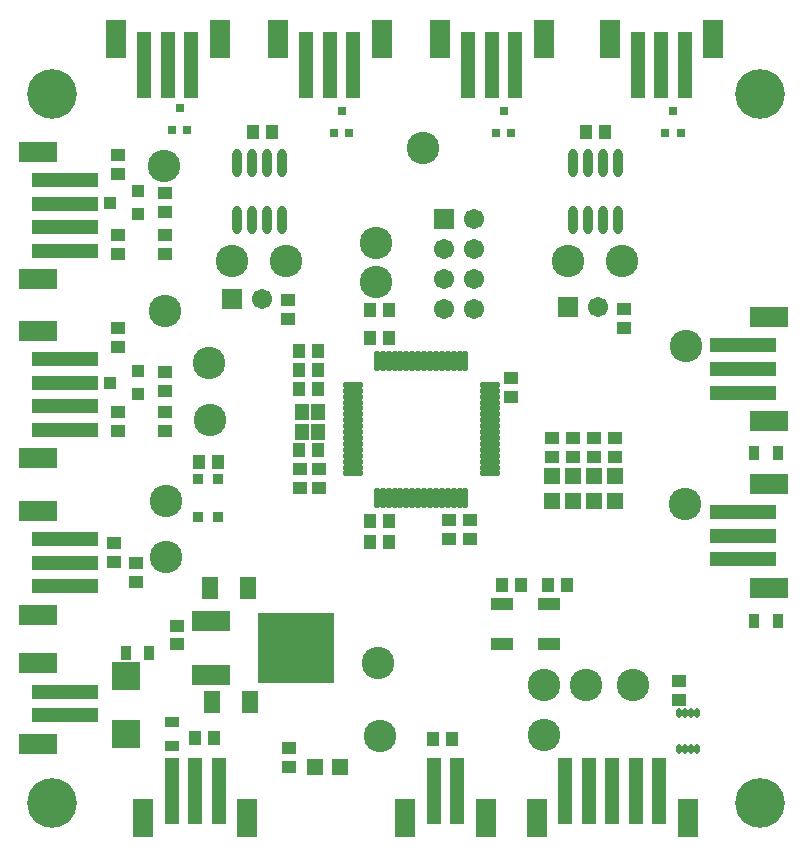
<source format=gts>
G04*
G04 #@! TF.GenerationSoftware,Altium Limited,Altium Designer,19.1.8 (144)*
G04*
G04 Layer_Color=8388736*
%FSLAX25Y25*%
%MOIN*%
G70*
G01*
G75*
%ADD38R,0.07493X0.03950*%
%ADD39R,0.03753X0.03556*%
%ADD40R,0.04343X0.04737*%
%ADD41R,0.22454X0.04737*%
%ADD42R,0.12611X0.07099*%
%ADD43R,0.04737X0.04343*%
%ADD44R,0.05524X0.07493*%
%ADD45R,0.07099X0.12611*%
%ADD46R,0.04737X0.22454*%
%ADD47R,0.09698X0.09304*%
%ADD48R,0.05524X0.05524*%
%ADD49R,0.05524X0.05524*%
%ADD50R,0.03162X0.02965*%
%ADD51R,0.03800X0.05091*%
%ADD52R,0.05091X0.03800*%
%ADD53R,0.03950X0.03950*%
%ADD54O,0.07099X0.01981*%
%ADD55O,0.01981X0.07099*%
%ADD56O,0.03162X0.09461*%
G04:AMPARAMS|DCode=57|XSize=17.84mil|YSize=31.62mil|CornerRadius=5.97mil|HoleSize=0mil|Usage=FLASHONLY|Rotation=180.000|XOffset=0mil|YOffset=0mil|HoleType=Round|Shape=RoundedRectangle|*
%AMROUNDEDRECTD57*
21,1,0.01784,0.01968,0,0,180.0*
21,1,0.00591,0.03162,0,0,180.0*
1,1,0.01194,-0.00295,0.00984*
1,1,0.01194,0.00295,0.00984*
1,1,0.01194,0.00295,-0.00984*
1,1,0.01194,-0.00295,-0.00984*
%
%ADD57ROUNDEDRECTD57*%
%ADD58R,0.12611X0.07099*%
%ADD59R,0.25210X0.23635*%
%ADD60R,0.04737X0.05524*%
%ADD61C,0.10800*%
%ADD62C,0.06706*%
%ADD63R,0.06706X0.06706*%
%ADD64R,0.06706X0.06706*%
%ADD65C,0.16548*%
D38*
X191500Y-223193D02*
D03*
Y-209807D02*
D03*
X176000Y-223193D02*
D03*
Y-209807D02*
D03*
D39*
X81248Y-180898D02*
D03*
Y-168102D02*
D03*
X74752D02*
D03*
Y-180898D02*
D03*
D40*
X138150Y-111700D02*
D03*
X131850D02*
D03*
X203850Y-52350D02*
D03*
X210150D02*
D03*
X92850D02*
D03*
X99150D02*
D03*
X114650Y-158500D02*
D03*
X108350D02*
D03*
Y-138200D02*
D03*
X114650D02*
D03*
X81150Y-162500D02*
D03*
X74850D02*
D03*
X114650Y-131900D02*
D03*
X108350D02*
D03*
X138150Y-182000D02*
D03*
X131850D02*
D03*
Y-189000D02*
D03*
X138150D02*
D03*
X114650Y-125600D02*
D03*
X108350D02*
D03*
X131850Y-121000D02*
D03*
X138150D02*
D03*
X159350Y-254800D02*
D03*
X153050D02*
D03*
X182250Y-203400D02*
D03*
X175950D02*
D03*
X191450D02*
D03*
X197750D02*
D03*
X79799Y-254500D02*
D03*
X73500D02*
D03*
D41*
X30201Y-246937D02*
D03*
Y-239063D02*
D03*
Y-188126D02*
D03*
Y-196000D02*
D03*
Y-203874D02*
D03*
X256142Y-194916D02*
D03*
Y-187042D02*
D03*
Y-179168D02*
D03*
Y-139332D02*
D03*
Y-131458D02*
D03*
Y-123584D02*
D03*
X30201Y-92071D02*
D03*
Y-84197D02*
D03*
Y-76323D02*
D03*
Y-68449D02*
D03*
Y-151811D02*
D03*
Y-143937D02*
D03*
Y-136063D02*
D03*
Y-128189D02*
D03*
D42*
X21343Y-256386D02*
D03*
Y-229614D02*
D03*
Y-178677D02*
D03*
Y-213323D02*
D03*
X265000Y-204365D02*
D03*
Y-169719D02*
D03*
Y-148781D02*
D03*
Y-114135D02*
D03*
X21343Y-101520D02*
D03*
Y-59000D02*
D03*
Y-161260D02*
D03*
Y-118740D02*
D03*
D43*
X158200Y-181750D02*
D03*
Y-188050D02*
D03*
X108700Y-171150D02*
D03*
Y-164850D02*
D03*
X165400Y-181750D02*
D03*
Y-188050D02*
D03*
X179000Y-134350D02*
D03*
Y-140650D02*
D03*
X115000Y-171150D02*
D03*
Y-164850D02*
D03*
X235100Y-241750D02*
D03*
Y-235450D02*
D03*
X67500Y-223250D02*
D03*
Y-216950D02*
D03*
X216700Y-111350D02*
D03*
Y-117650D02*
D03*
X104500Y-108350D02*
D03*
Y-114650D02*
D03*
X105000Y-257850D02*
D03*
Y-264150D02*
D03*
X192500Y-160650D02*
D03*
Y-154350D02*
D03*
X213500Y-160650D02*
D03*
Y-154350D02*
D03*
X206500Y-160650D02*
D03*
Y-154350D02*
D03*
X199500Y-160650D02*
D03*
Y-154350D02*
D03*
X63500Y-72850D02*
D03*
Y-79150D02*
D03*
X48000Y-117850D02*
D03*
Y-124150D02*
D03*
X47900Y-60250D02*
D03*
Y-66550D02*
D03*
X63500Y-132350D02*
D03*
Y-138650D02*
D03*
X48000Y-86850D02*
D03*
Y-93150D02*
D03*
Y-145850D02*
D03*
Y-152150D02*
D03*
X63500Y-93150D02*
D03*
Y-86850D02*
D03*
Y-152150D02*
D03*
Y-145850D02*
D03*
X54100Y-196200D02*
D03*
Y-202499D02*
D03*
X46500Y-195799D02*
D03*
Y-189500D02*
D03*
D44*
X91799Y-242500D02*
D03*
X79201D02*
D03*
X78701Y-204500D02*
D03*
X91299D02*
D03*
D45*
X81823Y-21343D02*
D03*
X47177D02*
D03*
X135865D02*
D03*
X101219D02*
D03*
X246449D02*
D03*
X211803D02*
D03*
X189907D02*
D03*
X155261D02*
D03*
X56354Y-281000D02*
D03*
X91000D02*
D03*
X170500D02*
D03*
X143728D02*
D03*
X187484D02*
D03*
X237878D02*
D03*
D46*
X72374Y-30201D02*
D03*
X64500D02*
D03*
X56626D02*
D03*
X126416D02*
D03*
X118542D02*
D03*
X110668D02*
D03*
X237000D02*
D03*
X229126D02*
D03*
X221252D02*
D03*
X180458D02*
D03*
X172584D02*
D03*
X164710D02*
D03*
X65803Y-272142D02*
D03*
X73677D02*
D03*
X81551D02*
D03*
X161051D02*
D03*
X153177D02*
D03*
X196933D02*
D03*
X204807D02*
D03*
X212681D02*
D03*
X220555D02*
D03*
X228429D02*
D03*
D47*
X50500Y-253146D02*
D03*
Y-233854D02*
D03*
D48*
X121834Y-264100D02*
D03*
X113566D02*
D03*
D49*
X192500Y-175500D02*
D03*
Y-167232D02*
D03*
X213500Y-175500D02*
D03*
Y-167232D02*
D03*
X206500Y-175500D02*
D03*
Y-167232D02*
D03*
X199500Y-175500D02*
D03*
Y-167232D02*
D03*
D50*
X65941Y-51642D02*
D03*
X71059D02*
D03*
X68500Y-44358D02*
D03*
X233000Y-45358D02*
D03*
X235559Y-52642D02*
D03*
X230441D02*
D03*
X119941D02*
D03*
X125059D02*
D03*
X122500Y-45358D02*
D03*
X173941Y-52642D02*
D03*
X179059D02*
D03*
X176500Y-45358D02*
D03*
D51*
X260043Y-215500D02*
D03*
X267957D02*
D03*
X260043Y-159500D02*
D03*
X267957D02*
D03*
X58413Y-226000D02*
D03*
X50500D02*
D03*
D52*
X65800Y-257000D02*
D03*
Y-249087D02*
D03*
D53*
X54724Y-79740D02*
D03*
Y-72260D02*
D03*
X45276Y-76000D02*
D03*
X54724Y-139740D02*
D03*
Y-132260D02*
D03*
X45276Y-136000D02*
D03*
D54*
X126165Y-136736D02*
D03*
Y-138705D02*
D03*
Y-140673D02*
D03*
Y-142642D02*
D03*
Y-144610D02*
D03*
Y-146579D02*
D03*
Y-148547D02*
D03*
Y-150516D02*
D03*
Y-152484D02*
D03*
Y-154453D02*
D03*
Y-156421D02*
D03*
Y-158390D02*
D03*
Y-160358D02*
D03*
Y-162327D02*
D03*
Y-164295D02*
D03*
Y-166264D02*
D03*
X171835D02*
D03*
Y-164295D02*
D03*
Y-162327D02*
D03*
Y-160358D02*
D03*
Y-158390D02*
D03*
Y-156421D02*
D03*
Y-154453D02*
D03*
Y-152484D02*
D03*
Y-150516D02*
D03*
Y-148547D02*
D03*
Y-146579D02*
D03*
Y-144610D02*
D03*
Y-142642D02*
D03*
Y-140673D02*
D03*
Y-138705D02*
D03*
Y-136736D02*
D03*
D55*
X134236Y-174335D02*
D03*
X136205D02*
D03*
X138173D02*
D03*
X140142D02*
D03*
X142110D02*
D03*
X144079D02*
D03*
X146047D02*
D03*
X148016D02*
D03*
X149984D02*
D03*
X151953D02*
D03*
X153921D02*
D03*
X155890D02*
D03*
X157858D02*
D03*
X159827D02*
D03*
X161795D02*
D03*
X163764D02*
D03*
Y-128665D02*
D03*
X161795D02*
D03*
X159827D02*
D03*
X157858D02*
D03*
X155890D02*
D03*
X153921D02*
D03*
X151953D02*
D03*
X149984D02*
D03*
X148016D02*
D03*
X146047D02*
D03*
X144079D02*
D03*
X142110D02*
D03*
X140142D02*
D03*
X138173D02*
D03*
X136205D02*
D03*
X134236D02*
D03*
D56*
X102500Y-62902D02*
D03*
X97500D02*
D03*
X92500D02*
D03*
X87500D02*
D03*
X102500Y-81799D02*
D03*
X97500D02*
D03*
X92500D02*
D03*
X87500D02*
D03*
X214500Y-62902D02*
D03*
X209500D02*
D03*
X204500D02*
D03*
X199500D02*
D03*
X214500Y-81799D02*
D03*
X209500D02*
D03*
X204500D02*
D03*
X199500D02*
D03*
D57*
X235047Y-258033D02*
D03*
X237016D02*
D03*
X238984D02*
D03*
X240953D02*
D03*
X235047Y-246222D02*
D03*
X237016D02*
D03*
X238984D02*
D03*
X240953D02*
D03*
D58*
X79016Y-215572D02*
D03*
Y-233565D02*
D03*
D59*
X107283Y-224569D02*
D03*
D60*
X114565Y-145653D02*
D03*
Y-152347D02*
D03*
X109447Y-145653D02*
D03*
Y-152347D02*
D03*
D61*
X134700Y-229500D02*
D03*
X64000Y-175500D02*
D03*
X86000Y-95500D02*
D03*
X104000Y-95350D02*
D03*
X198000Y-95500D02*
D03*
X216000Y-95350D02*
D03*
X63500Y-112000D02*
D03*
X78500Y-148500D02*
D03*
X64000Y-194000D02*
D03*
X204000Y-236800D02*
D03*
X135200Y-253700D02*
D03*
X149500Y-57900D02*
D03*
X237000Y-176500D02*
D03*
X237400Y-123800D02*
D03*
X134000Y-102500D02*
D03*
X190000Y-253600D02*
D03*
X219500Y-236800D02*
D03*
X190000D02*
D03*
X63300Y-63800D02*
D03*
X78400Y-129600D02*
D03*
X134000Y-89500D02*
D03*
D62*
X166500Y-111500D02*
D03*
Y-101500D02*
D03*
Y-91500D02*
D03*
Y-81500D02*
D03*
X156500Y-111500D02*
D03*
Y-101500D02*
D03*
Y-91500D02*
D03*
X208000Y-110850D02*
D03*
X95800Y-107950D02*
D03*
D63*
X156500Y-81500D02*
D03*
D64*
X198000Y-110850D02*
D03*
X85800Y-107950D02*
D03*
D65*
X25862Y-39929D02*
D03*
X262083D02*
D03*
X25862Y-276150D02*
D03*
X262083D02*
D03*
M02*

</source>
